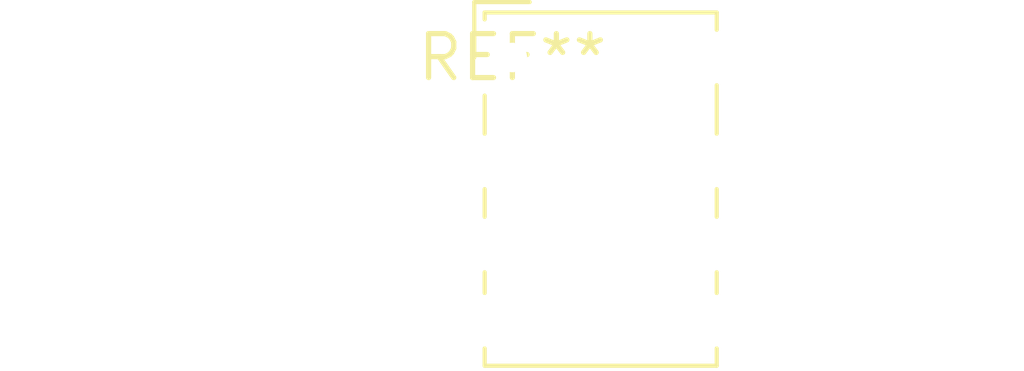
<source format=kicad_pcb>
(kicad_pcb (version 20240108) (generator pcbnew)
  (layers (0 "F.Cu" signal) (31 "B.Cu" signal) (34 "B.Paste" user) (35 "F.Paste" user) (36 "B.SilkS" user "B.Silkscreen") (37 "F.SilkS" user "F.Silkscreen") (38 "B.Mask" user) (39 "F.Mask" user) (44 "Edge.Cuts" user))
  (net 0 "")
  (footprint "Relay_DPDT_Omron_G6K-2P-Y" (layer "F.Cu") (at 0 0)
    (property "Reference" "REF**")
    (property "Value" "Relay_DPDT_Omron_G6K-2P-Y")
    (fp_line (start -1.1 -1.6) (end 0.5 -1.6) (layer "F.SilkS") (stroke (width 0.12)))
    (fp_line (start -1.1 0) (end -1.1 -1.6) (layer "F.SilkS") (stroke (width 0.12)))
    (fp_line (start -0.8 -1.3) (end -0.8 -1.1) (layer "F.SilkS") (stroke (width 0.12)))
    (fp_line (start -0.8 -1.3) (end 5.9 -1.3) (layer "F.SilkS") (stroke (width 0.12)))
    (fp_line (start -0.8 2.2) (end -0.8 1.1) (layer "F.SilkS") (stroke (width 0.12)))
    (fp_line (start -0.8 4.6) (end -0.8 3.8) (layer "F.SilkS") (stroke (width 0.12)))
    (fp_line (start -0.8 6.8) (end -0.8 6.2) (layer "F.SilkS") (stroke (width 0.12)))
    (fp_line (start -0.8 8.9) (end -0.8 8.4) (layer "F.SilkS") (stroke (width 0.12)))
    (fp_line (start 5.9 -1.3) (end 5.9 -0.8) (layer "F.SilkS") (stroke (width 0.12)))
    (fp_line (start 5.9 0.8) (end 5.9 2.2) (layer "F.SilkS") (stroke (width 0.12)))
    (fp_line (start 5.9 3.8) (end 5.9 4.6) (layer "F.SilkS") (stroke (width 0.12)))
    (fp_line (start 5.9 6.2) (end 5.9 6.8) (layer "F.SilkS") (stroke (width 0.12)))
    (fp_line (start 5.9 8.4) (end 5.9 8.9) (layer "F.SilkS") (stroke (width 0.12)))
    (fp_line (start 5.9 8.9) (end -0.8 8.9) (layer "F.SilkS") (stroke (width 0.12)))
    (pad "1" thru_hole rect (at 0 0) (size 1.7 1.7) (drill 0.85) (layers *.Cu *.Mask) (remove_unused_layers))
    (pad "2" thru_hole circle (at 0 3) (size 1.7 1.7) (drill 0.85) (layers *.Cu *.Mask) (remove_unused_layers))
    (pad "3" thru_hole circle (at 0 5.4) (size 1.7 1.7) (drill 0.85) (layers *.Cu *.Mask) (remove_unused_layers))
    (pad "4" thru_hole circle (at 0 7.6) (size 1.7 1.7) (drill 0.85) (layers *.Cu *.Mask) (remove_unused_layers))
    (pad "5" thru_hole circle (at 5.08 7.6) (size 1.7 1.7) (drill 0.85) (layers *.Cu *.Mask) (remove_unused_layers))
    (pad "6" thru_hole circle (at 5.08 5.4) (size 1.7 1.7) (drill 0.85) (layers *.Cu *.Mask) (remove_unused_layers))
    (pad "7" thru_hole circle (at 5.08 3) (size 1.7 1.7) (drill 0.85) (layers *.Cu *.Mask) (remove_unused_layers))
    (pad "8" thru_hole circle (at 5.08 0) (size 1.7 1.7) (drill 0.85) (layers *.Cu *.Mask) (remove_unused_layers))
  )
)
</source>
